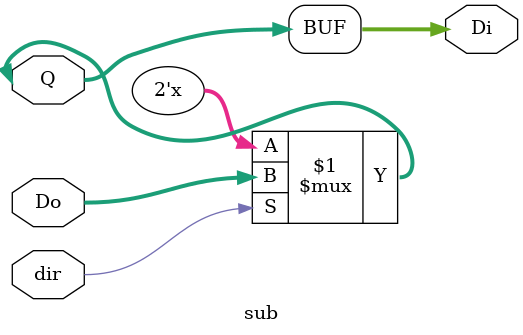
<source format=v>
module main;

   wire [1:0] di;
   reg [1:0]  do;
   reg	      dir;

   wire [1:0] q;

   sub dut(.Q({q[0],q[1]}), .Di(di), .Do(do), .dir(dir));

   initial begin
      dir = 0;
      do = 2'b10;

      #1 if (q !== 2'bzz) begin
	 $display("FAILED -- q=%b, dir=%b", q, dir);
	 $finish;
      end

      dir = 1;

      #1 if (q !== 2'b01) begin
	 $display("FAILED -- q=%b, dir=%b, do=%b", q, dir, do);
	 $finish;
      end

      if (di !== 2'b10) begin
	 $display("FAILED -- di=%b, dir=%b, do=%b", di, dir, do);
	 $finish;
      end

      $display("PASSED");
   end

endmodule // main

module sub(inout [1:0]Q,
	   output[1:0]Di,
	   input [1:0]Do,
	   input dir);

   assign	 Di = Q;
   assign	 Q = dir? Do : 2'bzz;
endmodule // sub

</source>
